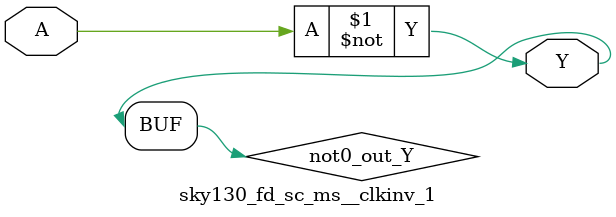
<source format=v>
/*
 * Copyright 2020 The SkyWater PDK Authors
 *
 * Licensed under the Apache License, Version 2.0 (the "License");
 * you may not use this file except in compliance with the License.
 * You may obtain a copy of the License at
 *
 *     https://www.apache.org/licenses/LICENSE-2.0
 *
 * Unless required by applicable law or agreed to in writing, software
 * distributed under the License is distributed on an "AS IS" BASIS,
 * WITHOUT WARRANTIES OR CONDITIONS OF ANY KIND, either express or implied.
 * See the License for the specific language governing permissions and
 * limitations under the License.
 *
 * SPDX-License-Identifier: Apache-2.0
*/


`ifndef SKY130_FD_SC_MS__CLKINV_1_FUNCTIONAL_V
`define SKY130_FD_SC_MS__CLKINV_1_FUNCTIONAL_V

/**
 * clkinv: Clock tree inverter.
 *
 * Verilog simulation functional model.
 */

`timescale 1ns / 1ps
`default_nettype none

`celldefine
module sky130_fd_sc_ms__clkinv_1 (
    Y,
    A
);

    // Module ports
    output Y;
    input  A;

    // Local signals
    wire not0_out_Y;

    //  Name  Output      Other arguments
    not not0 (not0_out_Y, A              );
    buf buf0 (Y         , not0_out_Y     );

endmodule
`endcelldefine

`default_nettype wire
`endif  // SKY130_FD_SC_MS__CLKINV_1_FUNCTIONAL_V

</source>
